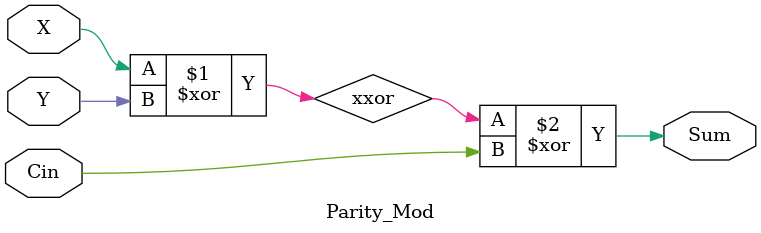
<source format=v>

module TestMod;
   parameter STDIN = 32'h8000_0000; // I/O address of keyboard input channel

   reg [7:0] str [1:3]; //typing in 2 chars at time
   reg [4:0] X, Y;   //5-bit X, Y to sum
   
   wire [4:0] S;        //5 bit sum to see as result
   wire C5;          //like to know this as well from result of adder

   Big_Adder my_adder(X, Y, S, C5);

   initial begin
      $display("Enter X: ");
      str[1] = $fgetc(STDIN);
      str[2] = $fgetc(STDIN);
      str[3] = $fgetc(STDIN);

      X = (str[1]-48)*10+str[2]-48;
      $display("Enter Y:  ");

      str[1] = $fgetc(STDIN);
      str[2] = $fgetc(STDIN);
      str[3] = $fgetc(STDIN);

      Y = (str[1]-48)*10+str[2]-48;
      #1; 
      $display("X =%d (%b) Y =%d (%b) ", X, X, Y, Y);
      $display("Result=%d (%b)  C5 = %b", S, S, C5);
   end
endmodule

//big adder
module Big_Adder(X, Y, S, C5);
   input [4:0] X, Y;   
   output [4 :0] S;     
   output C5;      

   wire C1, C2, C3, C4;    
   FullAddMod Full_add_0(X[0], Y[0], 0, S[0], C1);
   FullAddMod Full_add_1(X[1], Y[1], C1, S[1], C2);
   FullAddMod Full_add_2(X[2], Y[2], C2, S[2], C3);
   FullAddMod Full_add_3(X[3], Y[3], C3, S[3], C4);
   FullAddMod Full_add_4(X[4], Y[4], C4, S[4], C5);
endmodule

//fulladder
module FullAddMod( X, Y, Cin, Sum,  Cout);
     input X, Y, Cin;
     output Sum, Cout;
     Parity_Mod myParity(X, Y, Cin, Sum);
     Majority_Mod myMajority(X, Y, Cin, Cout);
endmodule

//majority mod
module Majority_Mod(X, Y, Cin, Cout);
	input X, Y, Cin;
	output Cout;
	wire [0:2] and_out;

	and(and_out[0], X, Y);
	and(and_out[1], X, Y);
	and(and_out[2], X, Y);
	or(Cout, and_out[0], and_out[1], and_out[2]);
endmodule
//parity mod
module Parity_Mod( X, Y,Cin, Sum);
     input  X, Y, Cin;
     output Sum;
     wire xxor;

     xor(xxor, X, Y);
     xor(Sum, xxor, Cin);
endmodule

</source>
